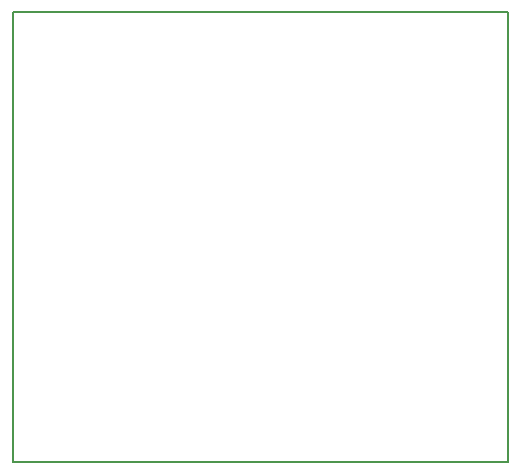
<source format=gm1>
G04 #@! TF.FileFunction,Profile,NP*
%FSLAX46Y46*%
G04 Gerber Fmt 4.6, Leading zero omitted, Abs format (unit mm)*
G04 Created by KiCad (PCBNEW 4.0.7) date 01/16/19 16:16:52*
%MOMM*%
%LPD*%
G01*
G04 APERTURE LIST*
%ADD10C,0.100000*%
%ADD11C,0.150000*%
G04 APERTURE END LIST*
D10*
D11*
X109220000Y-120650000D02*
X109220000Y-82550000D01*
X151130000Y-120650000D02*
X109220000Y-120650000D01*
X151130000Y-82550000D02*
X151130000Y-120650000D01*
X109220000Y-82550000D02*
X151130000Y-82550000D01*
M02*

</source>
